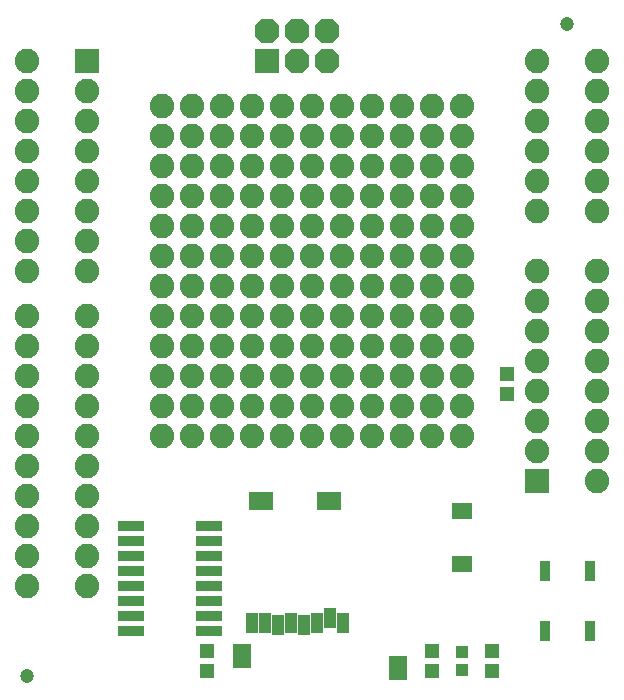
<source format=gbr>
G04 EAGLE Gerber RS-274X export*
G75*
%MOMM*%
%FSLAX34Y34*%
%LPD*%
%INSoldermask Top*%
%IPPOS*%
%AMOC8*
5,1,8,0,0,1.08239X$1,22.5*%
G01*
%ADD10C,2.082800*%
%ADD11R,2.003200X1.603200*%
%ADD12R,1.603200X2.103200*%
%ADD13R,1.003200X1.703200*%
%ADD14R,0.965200X1.727200*%
%ADD15R,1.003200X1.003200*%
%ADD16R,1.203200X1.303200*%
%ADD17R,2.082800X2.082800*%
%ADD18R,2.235200X0.863600*%
%ADD19C,1.203200*%
%ADD20R,0.838200X1.473200*%
%ADD21P,2.254402X8X22.500000*%


D10*
X495300Y241300D03*
X495300Y266700D03*
X495300Y292100D03*
X495300Y317500D03*
X495300Y342900D03*
X495300Y368300D03*
X495300Y419100D03*
X495300Y444500D03*
X495300Y469900D03*
X495300Y495300D03*
X495300Y520700D03*
X495300Y546100D03*
X12700Y546100D03*
X12700Y520700D03*
X12700Y495300D03*
X12700Y469900D03*
X12700Y444500D03*
X12700Y419100D03*
X12700Y393700D03*
X12700Y368300D03*
X12700Y330200D03*
X12700Y304800D03*
X12700Y279400D03*
X12700Y254000D03*
X12700Y228600D03*
X12700Y203200D03*
X12700Y177800D03*
X12700Y152400D03*
X12700Y127000D03*
X12700Y101600D03*
X495300Y215900D03*
X495300Y190500D03*
D11*
X268000Y173800D03*
X211000Y173800D03*
D12*
X195000Y42300D03*
X326500Y32300D03*
D13*
X279900Y70800D03*
X268900Y74800D03*
X257900Y70800D03*
X246900Y68800D03*
X235900Y70800D03*
X224900Y68800D03*
X213900Y70800D03*
X202900Y70800D03*
D14*
X488950Y114300D03*
X488950Y63500D03*
X450850Y114300D03*
X450850Y63500D03*
D15*
X381000Y30600D03*
X381000Y45600D03*
D16*
X406400Y46600D03*
X406400Y29600D03*
D17*
X63500Y546100D03*
D10*
X63500Y520700D03*
X63500Y495300D03*
X63500Y469900D03*
X63500Y444500D03*
X63500Y419100D03*
X63500Y393700D03*
X63500Y368300D03*
X63500Y330200D03*
X63500Y304800D03*
X63500Y279400D03*
X63500Y254000D03*
X63500Y228600D03*
X63500Y203200D03*
X63500Y177800D03*
X63500Y152400D03*
X63500Y127000D03*
X63500Y101600D03*
X444500Y419100D03*
X444500Y444500D03*
X444500Y469900D03*
X444500Y495300D03*
X444500Y520700D03*
X444500Y546100D03*
D17*
X444500Y190500D03*
D10*
X444500Y215900D03*
X444500Y241300D03*
X444500Y266700D03*
X444500Y292100D03*
X444500Y317500D03*
X444500Y342900D03*
X444500Y368300D03*
D18*
X166497Y63500D03*
X166497Y76200D03*
X166497Y88900D03*
X166497Y101600D03*
X166497Y114300D03*
X166497Y127000D03*
X166497Y139700D03*
X166497Y152400D03*
X100203Y152400D03*
X100203Y139700D03*
X100203Y127000D03*
X100203Y114300D03*
X100203Y101600D03*
X100203Y88900D03*
X100203Y76200D03*
X100203Y63500D03*
D19*
X469900Y577850D03*
X12700Y25400D03*
D20*
X376881Y120650D03*
X385119Y120650D03*
X376881Y165100D03*
X385119Y165100D03*
D17*
X215900Y546100D03*
D21*
X215900Y571500D03*
X241300Y546100D03*
X241300Y571500D03*
X266700Y546100D03*
X266700Y571500D03*
D16*
X165100Y46600D03*
X165100Y29600D03*
X355600Y46600D03*
X355600Y29600D03*
X419100Y264550D03*
X419100Y281550D03*
D10*
X381000Y508000D03*
X355600Y508000D03*
X330200Y508000D03*
X304800Y508000D03*
X279400Y508000D03*
X254000Y508000D03*
X228600Y508000D03*
X203200Y508000D03*
X177800Y508000D03*
X152400Y508000D03*
X127000Y508000D03*
X127000Y482600D03*
X152400Y482600D03*
X177800Y482600D03*
X203200Y482600D03*
X228600Y482600D03*
X254000Y482600D03*
X279400Y482600D03*
X304800Y482600D03*
X330200Y482600D03*
X355600Y482600D03*
X381000Y482600D03*
X381000Y457200D03*
X355600Y457200D03*
X330200Y457200D03*
X304800Y457200D03*
X279400Y457200D03*
X254000Y457200D03*
X228600Y457200D03*
X203200Y457200D03*
X177800Y457200D03*
X152400Y457200D03*
X127000Y457200D03*
X127000Y431800D03*
X152400Y431800D03*
X177800Y431800D03*
X203200Y431800D03*
X228600Y431800D03*
X254000Y431800D03*
X279400Y431800D03*
X304800Y431800D03*
X330200Y431800D03*
X355600Y431800D03*
X381000Y431800D03*
X381000Y406400D03*
X355600Y406400D03*
X330200Y406400D03*
X304800Y406400D03*
X279400Y406400D03*
X254000Y406400D03*
X228600Y406400D03*
X203200Y406400D03*
X177800Y406400D03*
X152400Y406400D03*
X127000Y406400D03*
X127000Y381000D03*
X152400Y381000D03*
X177800Y381000D03*
X203200Y381000D03*
X228600Y381000D03*
X254000Y381000D03*
X279400Y381000D03*
X304800Y381000D03*
X330200Y381000D03*
X355600Y381000D03*
X381000Y381000D03*
X381000Y355600D03*
X355600Y355600D03*
X330200Y355600D03*
X304800Y355600D03*
X279400Y355600D03*
X254000Y355600D03*
X228600Y355600D03*
X203200Y355600D03*
X177800Y355600D03*
X152400Y355600D03*
X127000Y355600D03*
X127000Y330200D03*
X152400Y330200D03*
X177800Y330200D03*
X203200Y330200D03*
X228600Y330200D03*
X254000Y330200D03*
X279400Y330200D03*
X304800Y330200D03*
X330200Y330200D03*
X355600Y330200D03*
X381000Y330200D03*
X381000Y304800D03*
X355600Y304800D03*
X330200Y304800D03*
X304800Y304800D03*
X279400Y304800D03*
X254000Y304800D03*
X228600Y304800D03*
X203200Y304800D03*
X177800Y304800D03*
X152400Y304800D03*
X127000Y304800D03*
X127000Y279400D03*
X152400Y279400D03*
X177800Y279400D03*
X203200Y279400D03*
X228600Y279400D03*
X254000Y279400D03*
X279400Y279400D03*
X304800Y279400D03*
X330200Y279400D03*
X355600Y279400D03*
X381000Y279400D03*
X381000Y254000D03*
X355600Y254000D03*
X330200Y254000D03*
X304800Y254000D03*
X279400Y254000D03*
X254000Y254000D03*
X228600Y254000D03*
X203200Y254000D03*
X177800Y254000D03*
X152400Y254000D03*
X127000Y254000D03*
X127000Y228600D03*
X152400Y228600D03*
X177800Y228600D03*
X203200Y228600D03*
X228600Y228600D03*
X254000Y228600D03*
X279400Y228600D03*
X304800Y228600D03*
X330200Y228600D03*
X355600Y228600D03*
X381000Y228600D03*
M02*

</source>
